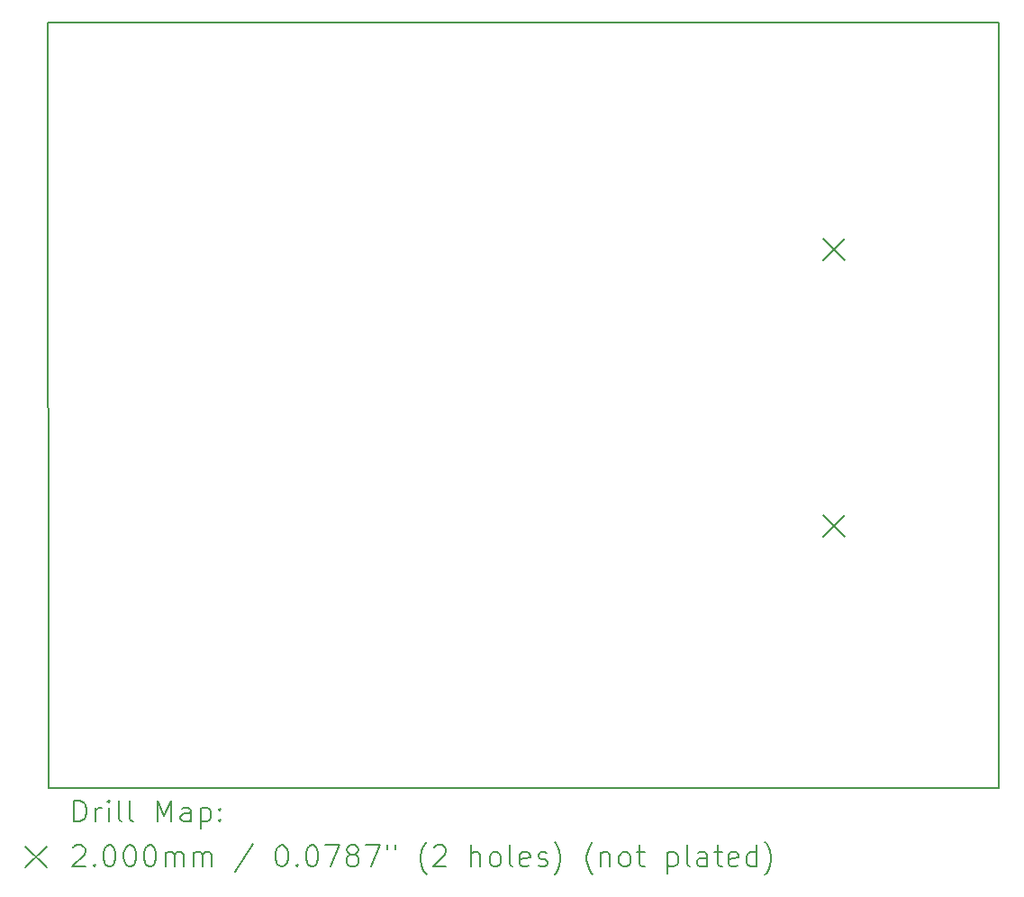
<source format=gbr>
%FSLAX45Y45*%
G04 Gerber Fmt 4.5, Leading zero omitted, Abs format (unit mm)*
G04 Created by KiCad (PCBNEW (6.0.4)) date 2022-10-03 14:37:33*
%MOMM*%
%LPD*%
G01*
G04 APERTURE LIST*
%TA.AperFunction,Profile*%
%ADD10C,0.150000*%
%TD*%
%ADD11C,0.200000*%
G04 APERTURE END LIST*
D10*
X8935600Y7200000D02*
X8935600Y2400D01*
X-10000Y7200000D02*
X8935600Y7200000D01*
X0Y0D02*
X-10000Y7200000D01*
X8935600Y2400D02*
X0Y0D01*
D11*
X7284400Y5161600D02*
X7484400Y4961600D01*
X7484400Y5161600D02*
X7284400Y4961600D01*
X7284400Y2561600D02*
X7484400Y2361600D01*
X7484400Y2561600D02*
X7284400Y2361600D01*
X240119Y-317976D02*
X240119Y-117976D01*
X287738Y-117976D01*
X316310Y-127500D01*
X335357Y-146548D01*
X344881Y-165595D01*
X354405Y-203690D01*
X354405Y-232262D01*
X344881Y-270357D01*
X335357Y-289405D01*
X316310Y-308452D01*
X287738Y-317976D01*
X240119Y-317976D01*
X440119Y-317976D02*
X440119Y-184643D01*
X440119Y-222738D02*
X449643Y-203690D01*
X459167Y-194167D01*
X478214Y-184643D01*
X497262Y-184643D01*
X563929Y-317976D02*
X563929Y-184643D01*
X563929Y-117976D02*
X554405Y-127500D01*
X563929Y-137024D01*
X573452Y-127500D01*
X563929Y-117976D01*
X563929Y-137024D01*
X687738Y-317976D02*
X668690Y-308452D01*
X659167Y-289405D01*
X659167Y-117976D01*
X792500Y-317976D02*
X773452Y-308452D01*
X763928Y-289405D01*
X763928Y-117976D01*
X1021071Y-317976D02*
X1021071Y-117976D01*
X1087738Y-260833D01*
X1154405Y-117976D01*
X1154405Y-317976D01*
X1335357Y-317976D02*
X1335357Y-213214D01*
X1325833Y-194167D01*
X1306786Y-184643D01*
X1268690Y-184643D01*
X1249643Y-194167D01*
X1335357Y-308452D02*
X1316310Y-317976D01*
X1268690Y-317976D01*
X1249643Y-308452D01*
X1240119Y-289405D01*
X1240119Y-270357D01*
X1249643Y-251309D01*
X1268690Y-241786D01*
X1316310Y-241786D01*
X1335357Y-232262D01*
X1430595Y-184643D02*
X1430595Y-384643D01*
X1430595Y-194167D02*
X1449643Y-184643D01*
X1487738Y-184643D01*
X1506786Y-194167D01*
X1516309Y-203690D01*
X1525833Y-222738D01*
X1525833Y-279881D01*
X1516309Y-298929D01*
X1506786Y-308452D01*
X1487738Y-317976D01*
X1449643Y-317976D01*
X1430595Y-308452D01*
X1611548Y-298929D02*
X1621071Y-308452D01*
X1611548Y-317976D01*
X1602024Y-308452D01*
X1611548Y-298929D01*
X1611548Y-317976D01*
X1611548Y-194167D02*
X1621071Y-203690D01*
X1611548Y-213214D01*
X1602024Y-203690D01*
X1611548Y-194167D01*
X1611548Y-213214D01*
X-217500Y-547500D02*
X-17500Y-747500D01*
X-17500Y-547500D02*
X-217500Y-747500D01*
X230595Y-557024D02*
X240119Y-547500D01*
X259167Y-537976D01*
X306786Y-537976D01*
X325833Y-547500D01*
X335357Y-557024D01*
X344881Y-576071D01*
X344881Y-595119D01*
X335357Y-623690D01*
X221071Y-737976D01*
X344881Y-737976D01*
X430595Y-718928D02*
X440119Y-728452D01*
X430595Y-737976D01*
X421071Y-728452D01*
X430595Y-718928D01*
X430595Y-737976D01*
X563929Y-537976D02*
X582976Y-537976D01*
X602024Y-547500D01*
X611548Y-557024D01*
X621071Y-576071D01*
X630595Y-614167D01*
X630595Y-661786D01*
X621071Y-699881D01*
X611548Y-718928D01*
X602024Y-728452D01*
X582976Y-737976D01*
X563929Y-737976D01*
X544881Y-728452D01*
X535357Y-718928D01*
X525833Y-699881D01*
X516309Y-661786D01*
X516309Y-614167D01*
X525833Y-576071D01*
X535357Y-557024D01*
X544881Y-547500D01*
X563929Y-537976D01*
X754405Y-537976D02*
X773452Y-537976D01*
X792500Y-547500D01*
X802024Y-557024D01*
X811548Y-576071D01*
X821071Y-614167D01*
X821071Y-661786D01*
X811548Y-699881D01*
X802024Y-718928D01*
X792500Y-728452D01*
X773452Y-737976D01*
X754405Y-737976D01*
X735357Y-728452D01*
X725833Y-718928D01*
X716309Y-699881D01*
X706786Y-661786D01*
X706786Y-614167D01*
X716309Y-576071D01*
X725833Y-557024D01*
X735357Y-547500D01*
X754405Y-537976D01*
X944881Y-537976D02*
X963928Y-537976D01*
X982976Y-547500D01*
X992500Y-557024D01*
X1002024Y-576071D01*
X1011548Y-614167D01*
X1011548Y-661786D01*
X1002024Y-699881D01*
X992500Y-718928D01*
X982976Y-728452D01*
X963928Y-737976D01*
X944881Y-737976D01*
X925833Y-728452D01*
X916309Y-718928D01*
X906786Y-699881D01*
X897262Y-661786D01*
X897262Y-614167D01*
X906786Y-576071D01*
X916309Y-557024D01*
X925833Y-547500D01*
X944881Y-537976D01*
X1097262Y-737976D02*
X1097262Y-604643D01*
X1097262Y-623690D02*
X1106786Y-614167D01*
X1125833Y-604643D01*
X1154405Y-604643D01*
X1173452Y-614167D01*
X1182976Y-633214D01*
X1182976Y-737976D01*
X1182976Y-633214D02*
X1192500Y-614167D01*
X1211548Y-604643D01*
X1240119Y-604643D01*
X1259167Y-614167D01*
X1268690Y-633214D01*
X1268690Y-737976D01*
X1363929Y-737976D02*
X1363929Y-604643D01*
X1363929Y-623690D02*
X1373452Y-614167D01*
X1392500Y-604643D01*
X1421071Y-604643D01*
X1440119Y-614167D01*
X1449643Y-633214D01*
X1449643Y-737976D01*
X1449643Y-633214D02*
X1459167Y-614167D01*
X1478214Y-604643D01*
X1506786Y-604643D01*
X1525833Y-614167D01*
X1535357Y-633214D01*
X1535357Y-737976D01*
X1925833Y-528452D02*
X1754405Y-785595D01*
X2182976Y-537976D02*
X2202024Y-537976D01*
X2221071Y-547500D01*
X2230595Y-557024D01*
X2240119Y-576071D01*
X2249643Y-614167D01*
X2249643Y-661786D01*
X2240119Y-699881D01*
X2230595Y-718928D01*
X2221071Y-728452D01*
X2202024Y-737976D01*
X2182976Y-737976D01*
X2163929Y-728452D01*
X2154405Y-718928D01*
X2144881Y-699881D01*
X2135357Y-661786D01*
X2135357Y-614167D01*
X2144881Y-576071D01*
X2154405Y-557024D01*
X2163929Y-547500D01*
X2182976Y-537976D01*
X2335357Y-718928D02*
X2344881Y-728452D01*
X2335357Y-737976D01*
X2325833Y-728452D01*
X2335357Y-718928D01*
X2335357Y-737976D01*
X2468690Y-537976D02*
X2487738Y-537976D01*
X2506786Y-547500D01*
X2516310Y-557024D01*
X2525833Y-576071D01*
X2535357Y-614167D01*
X2535357Y-661786D01*
X2525833Y-699881D01*
X2516310Y-718928D01*
X2506786Y-728452D01*
X2487738Y-737976D01*
X2468690Y-737976D01*
X2449643Y-728452D01*
X2440119Y-718928D01*
X2430595Y-699881D01*
X2421071Y-661786D01*
X2421071Y-614167D01*
X2430595Y-576071D01*
X2440119Y-557024D01*
X2449643Y-547500D01*
X2468690Y-537976D01*
X2602024Y-537976D02*
X2735357Y-537976D01*
X2649643Y-737976D01*
X2840119Y-623690D02*
X2821071Y-614167D01*
X2811548Y-604643D01*
X2802024Y-585595D01*
X2802024Y-576071D01*
X2811548Y-557024D01*
X2821071Y-547500D01*
X2840119Y-537976D01*
X2878214Y-537976D01*
X2897262Y-547500D01*
X2906786Y-557024D01*
X2916309Y-576071D01*
X2916309Y-585595D01*
X2906786Y-604643D01*
X2897262Y-614167D01*
X2878214Y-623690D01*
X2840119Y-623690D01*
X2821071Y-633214D01*
X2811548Y-642738D01*
X2802024Y-661786D01*
X2802024Y-699881D01*
X2811548Y-718928D01*
X2821071Y-728452D01*
X2840119Y-737976D01*
X2878214Y-737976D01*
X2897262Y-728452D01*
X2906786Y-718928D01*
X2916309Y-699881D01*
X2916309Y-661786D01*
X2906786Y-642738D01*
X2897262Y-633214D01*
X2878214Y-623690D01*
X2982976Y-537976D02*
X3116309Y-537976D01*
X3030595Y-737976D01*
X3182976Y-537976D02*
X3182976Y-576071D01*
X3259167Y-537976D02*
X3259167Y-576071D01*
X3554405Y-814167D02*
X3544881Y-804643D01*
X3525833Y-776071D01*
X3516309Y-757024D01*
X3506786Y-728452D01*
X3497262Y-680833D01*
X3497262Y-642738D01*
X3506786Y-595119D01*
X3516309Y-566548D01*
X3525833Y-547500D01*
X3544881Y-518928D01*
X3554405Y-509405D01*
X3621071Y-557024D02*
X3630595Y-547500D01*
X3649643Y-537976D01*
X3697262Y-537976D01*
X3716309Y-547500D01*
X3725833Y-557024D01*
X3735357Y-576071D01*
X3735357Y-595119D01*
X3725833Y-623690D01*
X3611548Y-737976D01*
X3735357Y-737976D01*
X3973452Y-737976D02*
X3973452Y-537976D01*
X4059167Y-737976D02*
X4059167Y-633214D01*
X4049643Y-614167D01*
X4030595Y-604643D01*
X4002024Y-604643D01*
X3982976Y-614167D01*
X3973452Y-623690D01*
X4182976Y-737976D02*
X4163928Y-728452D01*
X4154405Y-718928D01*
X4144881Y-699881D01*
X4144881Y-642738D01*
X4154405Y-623690D01*
X4163928Y-614167D01*
X4182976Y-604643D01*
X4211548Y-604643D01*
X4230595Y-614167D01*
X4240119Y-623690D01*
X4249643Y-642738D01*
X4249643Y-699881D01*
X4240119Y-718928D01*
X4230595Y-728452D01*
X4211548Y-737976D01*
X4182976Y-737976D01*
X4363929Y-737976D02*
X4344881Y-728452D01*
X4335357Y-709405D01*
X4335357Y-537976D01*
X4516310Y-728452D02*
X4497262Y-737976D01*
X4459167Y-737976D01*
X4440119Y-728452D01*
X4430595Y-709405D01*
X4430595Y-633214D01*
X4440119Y-614167D01*
X4459167Y-604643D01*
X4497262Y-604643D01*
X4516310Y-614167D01*
X4525833Y-633214D01*
X4525833Y-652262D01*
X4430595Y-671310D01*
X4602024Y-728452D02*
X4621071Y-737976D01*
X4659167Y-737976D01*
X4678214Y-728452D01*
X4687738Y-709405D01*
X4687738Y-699881D01*
X4678214Y-680833D01*
X4659167Y-671310D01*
X4630595Y-671310D01*
X4611548Y-661786D01*
X4602024Y-642738D01*
X4602024Y-633214D01*
X4611548Y-614167D01*
X4630595Y-604643D01*
X4659167Y-604643D01*
X4678214Y-614167D01*
X4754405Y-814167D02*
X4763929Y-804643D01*
X4782976Y-776071D01*
X4792500Y-757024D01*
X4802024Y-728452D01*
X4811548Y-680833D01*
X4811548Y-642738D01*
X4802024Y-595119D01*
X4792500Y-566548D01*
X4782976Y-547500D01*
X4763929Y-518928D01*
X4754405Y-509405D01*
X5116310Y-814167D02*
X5106786Y-804643D01*
X5087738Y-776071D01*
X5078214Y-757024D01*
X5068690Y-728452D01*
X5059167Y-680833D01*
X5059167Y-642738D01*
X5068690Y-595119D01*
X5078214Y-566548D01*
X5087738Y-547500D01*
X5106786Y-518928D01*
X5116310Y-509405D01*
X5192500Y-604643D02*
X5192500Y-737976D01*
X5192500Y-623690D02*
X5202024Y-614167D01*
X5221071Y-604643D01*
X5249643Y-604643D01*
X5268690Y-614167D01*
X5278214Y-633214D01*
X5278214Y-737976D01*
X5402024Y-737976D02*
X5382976Y-728452D01*
X5373452Y-718928D01*
X5363929Y-699881D01*
X5363929Y-642738D01*
X5373452Y-623690D01*
X5382976Y-614167D01*
X5402024Y-604643D01*
X5430595Y-604643D01*
X5449643Y-614167D01*
X5459167Y-623690D01*
X5468690Y-642738D01*
X5468690Y-699881D01*
X5459167Y-718928D01*
X5449643Y-728452D01*
X5430595Y-737976D01*
X5402024Y-737976D01*
X5525833Y-604643D02*
X5602024Y-604643D01*
X5554405Y-537976D02*
X5554405Y-709405D01*
X5563929Y-728452D01*
X5582976Y-737976D01*
X5602024Y-737976D01*
X5821071Y-604643D02*
X5821071Y-804643D01*
X5821071Y-614167D02*
X5840119Y-604643D01*
X5878214Y-604643D01*
X5897262Y-614167D01*
X5906786Y-623690D01*
X5916309Y-642738D01*
X5916309Y-699881D01*
X5906786Y-718928D01*
X5897262Y-728452D01*
X5878214Y-737976D01*
X5840119Y-737976D01*
X5821071Y-728452D01*
X6030595Y-737976D02*
X6011548Y-728452D01*
X6002024Y-709405D01*
X6002024Y-537976D01*
X6192500Y-737976D02*
X6192500Y-633214D01*
X6182976Y-614167D01*
X6163928Y-604643D01*
X6125833Y-604643D01*
X6106786Y-614167D01*
X6192500Y-728452D02*
X6173452Y-737976D01*
X6125833Y-737976D01*
X6106786Y-728452D01*
X6097262Y-709405D01*
X6097262Y-690357D01*
X6106786Y-671310D01*
X6125833Y-661786D01*
X6173452Y-661786D01*
X6192500Y-652262D01*
X6259167Y-604643D02*
X6335357Y-604643D01*
X6287738Y-537976D02*
X6287738Y-709405D01*
X6297262Y-728452D01*
X6316309Y-737976D01*
X6335357Y-737976D01*
X6478214Y-728452D02*
X6459167Y-737976D01*
X6421071Y-737976D01*
X6402024Y-728452D01*
X6392500Y-709405D01*
X6392500Y-633214D01*
X6402024Y-614167D01*
X6421071Y-604643D01*
X6459167Y-604643D01*
X6478214Y-614167D01*
X6487738Y-633214D01*
X6487738Y-652262D01*
X6392500Y-671310D01*
X6659167Y-737976D02*
X6659167Y-537976D01*
X6659167Y-728452D02*
X6640119Y-737976D01*
X6602024Y-737976D01*
X6582976Y-728452D01*
X6573452Y-718928D01*
X6563928Y-699881D01*
X6563928Y-642738D01*
X6573452Y-623690D01*
X6582976Y-614167D01*
X6602024Y-604643D01*
X6640119Y-604643D01*
X6659167Y-614167D01*
X6735357Y-814167D02*
X6744881Y-804643D01*
X6763928Y-776071D01*
X6773452Y-757024D01*
X6782976Y-728452D01*
X6792500Y-680833D01*
X6792500Y-642738D01*
X6782976Y-595119D01*
X6773452Y-566548D01*
X6763928Y-547500D01*
X6744881Y-518928D01*
X6735357Y-509405D01*
M02*

</source>
